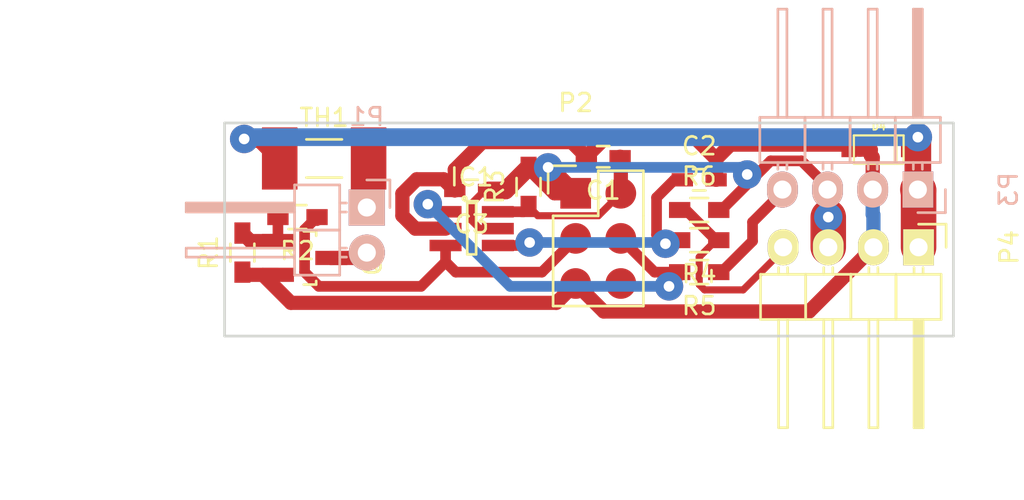
<source format=kicad_pcb>
(kicad_pcb (version 20171130) (host pcbnew "(5.1.12)-1")

  (general
    (thickness 1.6)
    (drawings 6)
    (tracks 145)
    (zones 0)
    (modules 17)
    (nets 13)
  )

  (page A4)
  (layers
    (0 F.Cu signal)
    (31 B.Cu signal)
    (32 B.Adhes user)
    (33 F.Adhes user)
    (34 B.Paste user)
    (35 F.Paste user)
    (36 B.SilkS user)
    (37 F.SilkS user)
    (38 B.Mask user)
    (39 F.Mask user hide)
    (40 Dwgs.User user)
    (41 Cmts.User user)
    (42 Eco1.User user)
    (43 Eco2.User user)
    (44 Edge.Cuts user)
    (45 Margin user)
    (46 B.CrtYd user)
    (47 F.CrtYd user)
    (48 B.Fab user)
    (49 F.Fab user)
  )

  (setup
    (last_trace_width 0.8)
    (user_trace_width 0.2)
    (user_trace_width 0.4)
    (user_trace_width 0.6)
    (user_trace_width 0.8)
    (user_trace_width 1)
    (user_trace_width 2)
    (trace_clearance 0.2)
    (zone_clearance 0.508)
    (zone_45_only no)
    (trace_min 0.2)
    (via_size 1.6)
    (via_drill 0.6)
    (via_min_size 0.4)
    (via_min_drill 0.3)
    (user_via 1.6 0.6)
    (uvia_size 0.3)
    (uvia_drill 0.1)
    (uvias_allowed no)
    (uvia_min_size 0.2)
    (uvia_min_drill 0.1)
    (edge_width 0.15)
    (segment_width 0.2)
    (pcb_text_width 0.3)
    (pcb_text_size 1.5 1.5)
    (mod_edge_width 0.15)
    (mod_text_size 1 1)
    (mod_text_width 0.15)
    (pad_size 1.524 1.524)
    (pad_drill 0.762)
    (pad_to_mask_clearance 0.2)
    (aux_axis_origin 0 0)
    (visible_elements 7FFFFFFF)
    (pcbplotparams
      (layerselection 0x01000_7fffffff)
      (usegerberextensions false)
      (usegerberattributes true)
      (usegerberadvancedattributes true)
      (creategerberjobfile true)
      (excludeedgelayer true)
      (linewidth 0.100000)
      (plotframeref false)
      (viasonmask false)
      (mode 1)
      (useauxorigin false)
      (hpglpennumber 1)
      (hpglpenspeed 20)
      (hpglpendiameter 15.000000)
      (psnegative false)
      (psa4output false)
      (plotreference false)
      (plotvalue false)
      (plotinvisibletext false)
      (padsonsilk false)
      (subtractmaskfromsilk false)
      (outputformat 1)
      (mirror false)
      (drillshape 0)
      (scaleselection 1)
      (outputdirectory "./gerbers"))
  )

  (net 0 "")
  (net 1 "Net-(C1-Pad1)")
  (net 2 GND)
  (net 3 "Net-(C2-Pad1)")
  (net 4 VCC)
  (net 5 "Net-(IC1-Pad1)")
  (net 6 "Net-(IC1-Pad3)")
  (net 7 VDD)
  (net 8 "Net-(P1-Pad2)")
  (net 9 "Net-(D3-Pad1)")
  (net 10 "Net-(D2-Pad1)")
  (net 11 "Net-(Q1-Pad1)")
  (net 12 "Net-(P1-Pad1)")

  (net_class Default "This is the default net class."
    (clearance 0.2)
    (trace_width 0.8)
    (via_dia 1.6)
    (via_drill 0.6)
    (uvia_dia 0.3)
    (uvia_drill 0.1)
    (add_net GND)
    (add_net "Net-(C1-Pad1)")
    (add_net "Net-(C2-Pad1)")
    (add_net "Net-(D2-Pad1)")
    (add_net "Net-(D3-Pad1)")
    (add_net "Net-(IC1-Pad1)")
    (add_net "Net-(IC1-Pad3)")
    (add_net "Net-(P1-Pad1)")
    (add_net "Net-(P1-Pad2)")
    (add_net "Net-(Q1-Pad1)")
    (add_net VCC)
    (add_net VDD)
  )

  (module Resistors_SMD:R_1206_HandSoldering (layer F.Cu) (tedit 57B6E00C) (tstamp 57B6DF60)
    (at 105.6 100)
    (descr "Resistor SMD 1206, hand soldering")
    (tags "resistor 1206")
    (path /57B6DF76)
    (attr smd)
    (fp_text reference TH1 (at 0 -2.3) (layer F.SilkS)
      (effects (font (size 1 1) (thickness 0.15)))
    )
    (fp_text value THERMISTOR (at 0 2.3) (layer F.Fab)
      (effects (font (size 1 1) (thickness 0.15)))
    )
    (fp_line (start -1 -1.075) (end 1 -1.075) (layer F.SilkS) (width 0.15))
    (fp_line (start 1 1.075) (end -1 1.075) (layer F.SilkS) (width 0.15))
    (fp_line (start 3.3 -1.2) (end 3.3 1.2) (layer F.CrtYd) (width 0.05))
    (fp_line (start -3.3 -1.2) (end -3.3 1.2) (layer F.CrtYd) (width 0.05))
    (fp_line (start -3.3 1.2) (end 3.3 1.2) (layer F.CrtYd) (width 0.05))
    (fp_line (start -3.3 -1.2) (end 3.3 -1.2) (layer F.CrtYd) (width 0.05))
    (pad 1 smd rect (at -2.5 0) (size 2 3.5) (layers F.Cu F.Paste F.Mask)
      (net 7 VDD))
    (pad 2 smd rect (at 2.5 0) (size 2 3.5) (layers F.Cu F.Paste F.Mask)
      (net 12 "Net-(P1-Pad1)"))
    (model Resistors_SMD.3dshapes/R_1206_HandSoldering.wrl
      (at (xyz 0 0 0))
      (scale (xyz 1 1 1))
      (rotate (xyz 0 0 0))
    )
  )

  (module Capacitors_SMD:C_0603_HandSoldering (layer F.Cu) (tedit 541A9B4D) (tstamp 57B722FE)
    (at 121.3 99.9 180)
    (descr "Capacitor SMD 0603, hand soldering")
    (tags "capacitor 0603")
    (path /57B4D13C)
    (attr smd)
    (fp_text reference C1 (at 0 -1.9 180) (layer F.SilkS)
      (effects (font (size 1 1) (thickness 0.15)))
    )
    (fp_text value C (at 0 1.9 180) (layer F.Fab)
      (effects (font (size 1 1) (thickness 0.15)))
    )
    (fp_line (start 0.35 0.6) (end -0.35 0.6) (layer F.SilkS) (width 0.15))
    (fp_line (start -0.35 -0.6) (end 0.35 -0.6) (layer F.SilkS) (width 0.15))
    (fp_line (start 1.85 -0.75) (end 1.85 0.75) (layer F.CrtYd) (width 0.05))
    (fp_line (start -1.85 -0.75) (end -1.85 0.75) (layer F.CrtYd) (width 0.05))
    (fp_line (start -1.85 0.75) (end 1.85 0.75) (layer F.CrtYd) (width 0.05))
    (fp_line (start -1.85 -0.75) (end 1.85 -0.75) (layer F.CrtYd) (width 0.05))
    (pad 1 smd rect (at -0.95 0 180) (size 1.2 0.75) (layers F.Cu F.Paste F.Mask)
      (net 1 "Net-(C1-Pad1)"))
    (pad 2 smd rect (at 0.95 0 180) (size 1.2 0.75) (layers F.Cu F.Paste F.Mask)
      (net 2 GND))
    (model Capacitors_SMD.3dshapes/C_0603_HandSoldering.wrl
      (at (xyz 0 0 0))
      (scale (xyz 1 1 1))
      (rotate (xyz 0 0 0))
    )
  )

  (module Pin_Headers:Pin_Header_Straight_2x03 (layer F.Cu) (tedit 57B6C181) (tstamp 57B72348)
    (at 119.75 101.96)
    (descr "Through hole pin header")
    (tags "pin header")
    (path /57B4CC28)
    (fp_text reference P2 (at 0 -5.1) (layer F.SilkS)
      (effects (font (size 1 1) (thickness 0.15)))
    )
    (fp_text value TPI (at 0 -3.1) (layer F.Fab)
      (effects (font (size 1 1) (thickness 0.15)))
    )
    (fp_line (start 3.81 1.27) (end 3.81 -1.27) (layer F.SilkS) (width 0.15))
    (fp_line (start 3.81 -1.27) (end 1.27 -1.27) (layer F.SilkS) (width 0.15))
    (fp_line (start -1.55 -1.55) (end -1.55 0) (layer F.SilkS) (width 0.15))
    (fp_line (start 3.81 6.35) (end 3.81 1.27) (layer F.SilkS) (width 0.15))
    (fp_line (start -1.27 6.35) (end 3.81 6.35) (layer F.SilkS) (width 0.15))
    (fp_line (start 1.27 1.27) (end -1.27 1.27) (layer F.SilkS) (width 0.15))
    (fp_line (start 1.27 -1.27) (end 1.27 1.27) (layer F.SilkS) (width 0.15))
    (fp_line (start -1.75 6.85) (end 4.3 6.85) (layer F.CrtYd) (width 0.05))
    (fp_line (start -1.75 -1.75) (end 4.3 -1.75) (layer F.CrtYd) (width 0.05))
    (fp_line (start 4.3 -1.75) (end 4.3 6.85) (layer F.CrtYd) (width 0.05))
    (fp_line (start -1.75 -1.75) (end -1.75 6.85) (layer F.CrtYd) (width 0.05))
    (fp_line (start -1.55 -1.55) (end 0 -1.55) (layer F.SilkS) (width 0.15))
    (fp_line (start -1.27 1.27) (end -1.27 6.35) (layer F.SilkS) (width 0.15))
    (pad 1 smd rect (at 0 0) (size 1.7272 1.7272) (layers F.Cu F.Paste F.Mask)
      (net 4 VCC))
    (pad 2 smd oval (at 2.54 0) (size 1.7272 1.7272) (layers F.Cu F.Paste F.Mask)
      (net 1 "Net-(C1-Pad1)"))
    (pad 3 smd oval (at 0 2.54) (size 1.7272 1.7272) (layers F.Cu F.Paste F.Mask)
      (net 6 "Net-(IC1-Pad3)"))
    (pad 4 smd oval (at 2.54 2.54) (size 1.7272 1.7272) (layers F.Cu F.Paste F.Mask)
      (net 5 "Net-(IC1-Pad1)"))
    (pad 5 smd oval (at 0 5.08) (size 1.7272 1.7272) (layers F.Cu F.Paste F.Mask)
      (net 2 GND))
    (pad 6 smd oval (at 2.54 5.08) (size 1.7272 1.7272) (layers F.Cu F.Paste F.Mask))
  )

  (module Housings_SOT-23_SOT-143_TSOT-6:SOT-23-6 (layer F.Cu) (tedit 57B6B97A) (tstamp 57B72325)
    (at 113.9 103.95)
    (descr "6-pin SOT-23 package")
    (tags SOT-23-6)
    (path /57B4C468)
    (attr smd)
    (fp_text reference IC1 (at 0 -2.9) (layer F.SilkS)
      (effects (font (size 1 1) (thickness 0.15)))
    )
    (fp_text value ATTINY9-TS (at 0 2.9) (layer F.Fab)
      (effects (font (size 1 1) (thickness 0.15)))
    )
    (fp_line (start -0.25 -1.45) (end -0.25 1.45) (layer F.SilkS) (width 0.15))
    (fp_line (start -0.25 1.45) (end 0.25 1.45) (layer F.SilkS) (width 0.15))
    (fp_line (start 0.25 1.45) (end 0.25 -1.45) (layer F.SilkS) (width 0.15))
    (fp_line (start 0.25 -1.45) (end -0.25 -1.45) (layer F.SilkS) (width 0.15))
    (fp_circle (center -0.4 -1.7) (end -0.3 -1.7) (layer F.SilkS) (width 0.15))
    (pad 1 smd rect (at -1.47 -0.95) (size 1.8 0.65) (layers F.Cu F.Paste F.Mask)
      (net 5 "Net-(IC1-Pad1)"))
    (pad 2 smd rect (at -1.47 0) (size 1.8 0.65) (layers F.Cu F.Paste F.Mask)
      (net 2 GND))
    (pad 3 smd rect (at -1.47 0.95) (size 1.8 0.65) (layers F.Cu F.Paste F.Mask)
      (net 6 "Net-(IC1-Pad3)"))
    (pad 4 smd rect (at 1.47 0.95) (size 1.8 0.65) (layers F.Cu F.Paste F.Mask)
      (net 3 "Net-(C2-Pad1)"))
    (pad 6 smd rect (at 1.47 -0.95) (size 1.8 0.65) (layers F.Cu F.Paste F.Mask)
      (net 1 "Net-(C1-Pad1)"))
    (pad 5 smd rect (at 1.47 0) (size 1.8 0.65) (layers F.Cu F.Paste F.Mask)
      (net 4 VCC))
    (model Housings_SOT-23_SOT-143_TSOT-6.3dshapes/SOT-23-6.wrl
      (at (xyz 0 0 0))
      (scale (xyz 1 1 1))
      (rotate (xyz 0 0 0))
    )
  )

  (module Capacitors_SMD:C_0603_HandSoldering (layer F.Cu) (tedit 541A9B4D) (tstamp 57B7230A)
    (at 126.7 101.2)
    (descr "Capacitor SMD 0603, hand soldering")
    (tags "capacitor 0603")
    (path /57B6A87A)
    (attr smd)
    (fp_text reference C2 (at 0 -1.9) (layer F.SilkS)
      (effects (font (size 1 1) (thickness 0.15)))
    )
    (fp_text value C (at 0 1.9) (layer F.Fab)
      (effects (font (size 1 1) (thickness 0.15)))
    )
    (fp_line (start 0.35 0.6) (end -0.35 0.6) (layer F.SilkS) (width 0.15))
    (fp_line (start -0.35 -0.6) (end 0.35 -0.6) (layer F.SilkS) (width 0.15))
    (fp_line (start 1.85 -0.75) (end 1.85 0.75) (layer F.CrtYd) (width 0.05))
    (fp_line (start -1.85 -0.75) (end -1.85 0.75) (layer F.CrtYd) (width 0.05))
    (fp_line (start -1.85 0.75) (end 1.85 0.75) (layer F.CrtYd) (width 0.05))
    (fp_line (start -1.85 -0.75) (end 1.85 -0.75) (layer F.CrtYd) (width 0.05))
    (pad 1 smd rect (at -0.95 0) (size 1.2 0.75) (layers F.Cu F.Paste F.Mask)
      (net 3 "Net-(C2-Pad1)"))
    (pad 2 smd rect (at 0.95 0) (size 1.2 0.75) (layers F.Cu F.Paste F.Mask)
      (net 2 GND))
    (model Capacitors_SMD.3dshapes/C_0603_HandSoldering.wrl
      (at (xyz 0 0 0))
      (scale (xyz 1 1 1))
      (rotate (xyz 0 0 0))
    )
  )

  (module Capacitors_SMD:C_0603_HandSoldering (layer F.Cu) (tedit 541A9B4D) (tstamp 57B72316)
    (at 113.9 101.8 180)
    (descr "Capacitor SMD 0603, hand soldering")
    (tags "capacitor 0603")
    (path /57B4D0D9)
    (attr smd)
    (fp_text reference C3 (at 0 -1.9 180) (layer F.SilkS)
      (effects (font (size 1 1) (thickness 0.15)))
    )
    (fp_text value C (at 0 1.9 180) (layer F.Fab)
      (effects (font (size 1 1) (thickness 0.15)))
    )
    (fp_line (start 0.35 0.6) (end -0.35 0.6) (layer F.SilkS) (width 0.15))
    (fp_line (start -0.35 -0.6) (end 0.35 -0.6) (layer F.SilkS) (width 0.15))
    (fp_line (start 1.85 -0.75) (end 1.85 0.75) (layer F.CrtYd) (width 0.05))
    (fp_line (start -1.85 -0.75) (end -1.85 0.75) (layer F.CrtYd) (width 0.05))
    (fp_line (start -1.85 0.75) (end 1.85 0.75) (layer F.CrtYd) (width 0.05))
    (fp_line (start -1.85 -0.75) (end 1.85 -0.75) (layer F.CrtYd) (width 0.05))
    (pad 1 smd rect (at -0.95 0 180) (size 1.2 0.75) (layers F.Cu F.Paste F.Mask)
      (net 4 VCC))
    (pad 2 smd rect (at 0.95 0 180) (size 1.2 0.75) (layers F.Cu F.Paste F.Mask)
      (net 2 GND))
    (model Capacitors_SMD.3dshapes/C_0603_HandSoldering.wrl
      (at (xyz 0 0 0))
      (scale (xyz 1 1 1))
      (rotate (xyz 0 0 0))
    )
  )

  (module Pin_Headers:Pin_Header_Angled_1x04 (layer B.Cu) (tedit 0) (tstamp 57B7237F)
    (at 139 101.75 90)
    (descr "Through hole pin header")
    (tags "pin header")
    (path /57B5576D)
    (fp_text reference P3 (at 0 5.1 90) (layer B.SilkS)
      (effects (font (size 1 1) (thickness 0.15)) (justify mirror))
    )
    (fp_text value OUTPUT (at 0 3.1 90) (layer B.Fab)
      (effects (font (size 1 1) (thickness 0.15)) (justify mirror))
    )
    (fp_line (start 1.524 -3.81) (end 4.064 -3.81) (layer B.SilkS) (width 0.15))
    (fp_line (start 1.524 -3.81) (end 1.524 -6.35) (layer B.SilkS) (width 0.15))
    (fp_line (start 1.524 -6.35) (end 4.064 -6.35) (layer B.SilkS) (width 0.15))
    (fp_line (start 4.064 -4.826) (end 10.16 -4.826) (layer B.SilkS) (width 0.15))
    (fp_line (start 10.16 -4.826) (end 10.16 -5.334) (layer B.SilkS) (width 0.15))
    (fp_line (start 10.16 -5.334) (end 4.064 -5.334) (layer B.SilkS) (width 0.15))
    (fp_line (start 4.064 -6.35) (end 4.064 -3.81) (layer B.SilkS) (width 0.15))
    (fp_line (start 4.064 -8.89) (end 4.064 -6.35) (layer B.SilkS) (width 0.15))
    (fp_line (start 10.16 -7.874) (end 4.064 -7.874) (layer B.SilkS) (width 0.15))
    (fp_line (start 10.16 -7.366) (end 10.16 -7.874) (layer B.SilkS) (width 0.15))
    (fp_line (start 4.064 -7.366) (end 10.16 -7.366) (layer B.SilkS) (width 0.15))
    (fp_line (start 1.524 -8.89) (end 4.064 -8.89) (layer B.SilkS) (width 0.15))
    (fp_line (start 1.524 -6.35) (end 1.524 -8.89) (layer B.SilkS) (width 0.15))
    (fp_line (start 1.524 -6.35) (end 4.064 -6.35) (layer B.SilkS) (width 0.15))
    (fp_line (start 1.524 1.27) (end 1.524 -1.27) (layer B.SilkS) (width 0.15))
    (fp_line (start 1.524 -1.27) (end 4.064 -1.27) (layer B.SilkS) (width 0.15))
    (fp_line (start 4.064 0.254) (end 10.16 0.254) (layer B.SilkS) (width 0.15))
    (fp_line (start 10.16 0.254) (end 10.16 -0.254) (layer B.SilkS) (width 0.15))
    (fp_line (start 10.16 -0.254) (end 4.064 -0.254) (layer B.SilkS) (width 0.15))
    (fp_line (start 4.064 -1.27) (end 4.064 1.27) (layer B.SilkS) (width 0.15))
    (fp_line (start 4.064 -3.81) (end 4.064 -1.27) (layer B.SilkS) (width 0.15))
    (fp_line (start 10.16 -2.794) (end 4.064 -2.794) (layer B.SilkS) (width 0.15))
    (fp_line (start 10.16 -2.286) (end 10.16 -2.794) (layer B.SilkS) (width 0.15))
    (fp_line (start 4.064 -2.286) (end 10.16 -2.286) (layer B.SilkS) (width 0.15))
    (fp_line (start 1.524 -3.81) (end 4.064 -3.81) (layer B.SilkS) (width 0.15))
    (fp_line (start 1.524 -1.27) (end 1.524 -3.81) (layer B.SilkS) (width 0.15))
    (fp_line (start 1.524 -1.27) (end 4.064 -1.27) (layer B.SilkS) (width 0.15))
    (fp_line (start 1.524 1.27) (end 4.064 1.27) (layer B.SilkS) (width 0.15))
    (fp_line (start 1.524 -7.366) (end 1.143 -7.366) (layer B.SilkS) (width 0.15))
    (fp_line (start 1.524 -7.874) (end 1.143 -7.874) (layer B.SilkS) (width 0.15))
    (fp_line (start 1.524 -5.334) (end 1.143 -5.334) (layer B.SilkS) (width 0.15))
    (fp_line (start 1.524 -4.826) (end 1.143 -4.826) (layer B.SilkS) (width 0.15))
    (fp_line (start 1.524 -2.794) (end 1.143 -2.794) (layer B.SilkS) (width 0.15))
    (fp_line (start 1.524 -2.286) (end 1.143 -2.286) (layer B.SilkS) (width 0.15))
    (fp_line (start 1.524 -0.254) (end 1.143 -0.254) (layer B.SilkS) (width 0.15))
    (fp_line (start 1.524 0.254) (end 1.143 0.254) (layer B.SilkS) (width 0.15))
    (fp_line (start 4.191 0) (end 10.033 0) (layer B.SilkS) (width 0.15))
    (fp_line (start 4.191 -0.127) (end 4.191 0) (layer B.SilkS) (width 0.15))
    (fp_line (start 10.033 -0.127) (end 4.191 -0.127) (layer B.SilkS) (width 0.15))
    (fp_line (start 10.033 0.127) (end 10.033 -0.127) (layer B.SilkS) (width 0.15))
    (fp_line (start 4.191 0.127) (end 10.033 0.127) (layer B.SilkS) (width 0.15))
    (fp_line (start 0 1.55) (end -1.3 1.55) (layer B.SilkS) (width 0.15))
    (fp_line (start -1.3 1.55) (end -1.3 0) (layer B.SilkS) (width 0.15))
    (fp_line (start -1.5 -9.4) (end 10.65 -9.4) (layer B.CrtYd) (width 0.05))
    (fp_line (start -1.5 1.75) (end 10.65 1.75) (layer B.CrtYd) (width 0.05))
    (fp_line (start 10.65 1.75) (end 10.65 -9.4) (layer B.CrtYd) (width 0.05))
    (fp_line (start -1.5 1.75) (end -1.5 -9.4) (layer B.CrtYd) (width 0.05))
    (pad 1 thru_hole rect (at 0 0 90) (size 2.032 1.7272) (drill 1.016) (layers *.Cu *.Mask B.SilkS)
      (net 7 VDD))
    (pad 2 thru_hole oval (at 0 -2.54 90) (size 2.032 1.7272) (drill 1.016) (layers *.Cu *.Mask B.SilkS)
      (net 2 GND))
    (pad 3 thru_hole oval (at 0 -5.08 90) (size 2.032 1.7272) (drill 1.016) (layers *.Cu *.Mask B.SilkS)
      (net 4 VCC))
    (pad 4 thru_hole oval (at 0 -7.62 90) (size 2.032 1.7272) (drill 1.016) (layers *.Cu *.Mask B.SilkS)
      (net 9 "Net-(D3-Pad1)"))
    (model Pin_Headers.3dshapes/Pin_Header_Angled_1x04.wrl
      (offset (xyz 0 -3.809999942779541 0))
      (scale (xyz 1 1 1))
      (rotate (xyz 0 0 90))
    )
  )

  (module Pin_Headers:Pin_Header_Angled_1x04 (layer F.Cu) (tedit 0) (tstamp 57B723B6)
    (at 139.04 105 270)
    (descr "Through hole pin header")
    (tags "pin header")
    (path /57B555B1)
    (fp_text reference P4 (at 0 -5.1 270) (layer F.SilkS)
      (effects (font (size 1 1) (thickness 0.15)))
    )
    (fp_text value INPUT (at 0 -3.1 270) (layer F.Fab)
      (effects (font (size 1 1) (thickness 0.15)))
    )
    (fp_line (start 1.524 3.81) (end 4.064 3.81) (layer F.SilkS) (width 0.15))
    (fp_line (start 1.524 3.81) (end 1.524 6.35) (layer F.SilkS) (width 0.15))
    (fp_line (start 1.524 6.35) (end 4.064 6.35) (layer F.SilkS) (width 0.15))
    (fp_line (start 4.064 4.826) (end 10.16 4.826) (layer F.SilkS) (width 0.15))
    (fp_line (start 10.16 4.826) (end 10.16 5.334) (layer F.SilkS) (width 0.15))
    (fp_line (start 10.16 5.334) (end 4.064 5.334) (layer F.SilkS) (width 0.15))
    (fp_line (start 4.064 6.35) (end 4.064 3.81) (layer F.SilkS) (width 0.15))
    (fp_line (start 4.064 8.89) (end 4.064 6.35) (layer F.SilkS) (width 0.15))
    (fp_line (start 10.16 7.874) (end 4.064 7.874) (layer F.SilkS) (width 0.15))
    (fp_line (start 10.16 7.366) (end 10.16 7.874) (layer F.SilkS) (width 0.15))
    (fp_line (start 4.064 7.366) (end 10.16 7.366) (layer F.SilkS) (width 0.15))
    (fp_line (start 1.524 8.89) (end 4.064 8.89) (layer F.SilkS) (width 0.15))
    (fp_line (start 1.524 6.35) (end 1.524 8.89) (layer F.SilkS) (width 0.15))
    (fp_line (start 1.524 6.35) (end 4.064 6.35) (layer F.SilkS) (width 0.15))
    (fp_line (start 1.524 -1.27) (end 1.524 1.27) (layer F.SilkS) (width 0.15))
    (fp_line (start 1.524 1.27) (end 4.064 1.27) (layer F.SilkS) (width 0.15))
    (fp_line (start 4.064 -0.254) (end 10.16 -0.254) (layer F.SilkS) (width 0.15))
    (fp_line (start 10.16 -0.254) (end 10.16 0.254) (layer F.SilkS) (width 0.15))
    (fp_line (start 10.16 0.254) (end 4.064 0.254) (layer F.SilkS) (width 0.15))
    (fp_line (start 4.064 1.27) (end 4.064 -1.27) (layer F.SilkS) (width 0.15))
    (fp_line (start 4.064 3.81) (end 4.064 1.27) (layer F.SilkS) (width 0.15))
    (fp_line (start 10.16 2.794) (end 4.064 2.794) (layer F.SilkS) (width 0.15))
    (fp_line (start 10.16 2.286) (end 10.16 2.794) (layer F.SilkS) (width 0.15))
    (fp_line (start 4.064 2.286) (end 10.16 2.286) (layer F.SilkS) (width 0.15))
    (fp_line (start 1.524 3.81) (end 4.064 3.81) (layer F.SilkS) (width 0.15))
    (fp_line (start 1.524 1.27) (end 1.524 3.81) (layer F.SilkS) (width 0.15))
    (fp_line (start 1.524 1.27) (end 4.064 1.27) (layer F.SilkS) (width 0.15))
    (fp_line (start 1.524 -1.27) (end 4.064 -1.27) (layer F.SilkS) (width 0.15))
    (fp_line (start 1.524 7.366) (end 1.143 7.366) (layer F.SilkS) (width 0.15))
    (fp_line (start 1.524 7.874) (end 1.143 7.874) (layer F.SilkS) (width 0.15))
    (fp_line (start 1.524 5.334) (end 1.143 5.334) (layer F.SilkS) (width 0.15))
    (fp_line (start 1.524 4.826) (end 1.143 4.826) (layer F.SilkS) (width 0.15))
    (fp_line (start 1.524 2.794) (end 1.143 2.794) (layer F.SilkS) (width 0.15))
    (fp_line (start 1.524 2.286) (end 1.143 2.286) (layer F.SilkS) (width 0.15))
    (fp_line (start 1.524 0.254) (end 1.143 0.254) (layer F.SilkS) (width 0.15))
    (fp_line (start 1.524 -0.254) (end 1.143 -0.254) (layer F.SilkS) (width 0.15))
    (fp_line (start 4.191 0) (end 10.033 0) (layer F.SilkS) (width 0.15))
    (fp_line (start 4.191 0.127) (end 4.191 0) (layer F.SilkS) (width 0.15))
    (fp_line (start 10.033 0.127) (end 4.191 0.127) (layer F.SilkS) (width 0.15))
    (fp_line (start 10.033 -0.127) (end 10.033 0.127) (layer F.SilkS) (width 0.15))
    (fp_line (start 4.191 -0.127) (end 10.033 -0.127) (layer F.SilkS) (width 0.15))
    (fp_line (start 0 -1.55) (end -1.3 -1.55) (layer F.SilkS) (width 0.15))
    (fp_line (start -1.3 -1.55) (end -1.3 0) (layer F.SilkS) (width 0.15))
    (fp_line (start -1.5 9.4) (end 10.65 9.4) (layer F.CrtYd) (width 0.05))
    (fp_line (start -1.5 -1.75) (end 10.65 -1.75) (layer F.CrtYd) (width 0.05))
    (fp_line (start 10.65 -1.75) (end 10.65 9.4) (layer F.CrtYd) (width 0.05))
    (fp_line (start -1.5 -1.75) (end -1.5 9.4) (layer F.CrtYd) (width 0.05))
    (pad 1 thru_hole rect (at 0 0 270) (size 2.032 1.7272) (drill 1.016) (layers *.Cu *.Mask F.SilkS)
      (net 7 VDD))
    (pad 2 thru_hole oval (at 0 2.54 270) (size 2.032 1.7272) (drill 1.016) (layers *.Cu *.Mask F.SilkS)
      (net 2 GND))
    (pad 3 thru_hole oval (at 0 5.08 270) (size 2.032 1.7272) (drill 1.016) (layers *.Cu *.Mask F.SilkS)
      (net 4 VCC))
    (pad 4 thru_hole oval (at 0 7.62 270) (size 2.032 1.7272) (drill 1.016) (layers *.Cu *.Mask F.SilkS)
      (net 10 "Net-(D2-Pad1)"))
    (model Pin_Headers.3dshapes/Pin_Header_Angled_1x04.wrl
      (offset (xyz 0 -3.809999942779541 0))
      (scale (xyz 1 1 1))
      (rotate (xyz 0 0 90))
    )
  )

  (module Housings_SOT-23_SOT-143_TSOT-6:SOT-23_Handsoldering (layer F.Cu) (tedit 54E9291B) (tstamp 57B723C1)
    (at 104.501 105.6 270)
    (descr "SOT-23, Handsoldering")
    (tags SOT-23)
    (path /57B6BEDF)
    (attr smd)
    (fp_text reference Q1 (at 0 -3.81 270) (layer F.SilkS)
      (effects (font (size 1 1) (thickness 0.15)))
    )
    (fp_text value Q_NMOS_GSD (at 0 3.81 270) (layer F.Fab)
      (effects (font (size 1 1) (thickness 0.15)))
    )
    (fp_line (start 1.49982 -0.65024) (end 1.49982 0.0508) (layer F.SilkS) (width 0.15))
    (fp_line (start 1.29916 -0.65024) (end 1.49982 -0.65024) (layer F.SilkS) (width 0.15))
    (fp_line (start -1.49982 -0.65024) (end -1.2509 -0.65024) (layer F.SilkS) (width 0.15))
    (fp_line (start -1.49982 0.0508) (end -1.49982 -0.65024) (layer F.SilkS) (width 0.15))
    (pad 1 smd rect (at -0.95 1.50114 270) (size 0.8001 1.80086) (layers F.Cu F.Paste F.Mask)
      (net 11 "Net-(Q1-Pad1)"))
    (pad 2 smd rect (at 0.95 1.50114 270) (size 0.8001 1.80086) (layers F.Cu F.Paste F.Mask)
      (net 2 GND))
    (pad 3 smd rect (at 0 -1.50114 270) (size 0.8001 1.80086) (layers F.Cu F.Paste F.Mask)
      (net 8 "Net-(P1-Pad2)"))
    (model Housings_SOT-23_SOT-143_TSOT-6.3dshapes/SOT-23_Handsoldering.wrl
      (at (xyz 0 0 0))
      (scale (xyz 1 1 1))
      (rotate (xyz 0 0 0))
    )
  )

  (module Resistors_SMD:R_0603_HandSoldering (layer F.Cu) (tedit 5418A00F) (tstamp 57B723CD)
    (at 101 105.3 90)
    (descr "Resistor SMD 0603, hand soldering")
    (tags "resistor 0603")
    (path /57B6AC0C)
    (attr smd)
    (fp_text reference R1 (at 0 -1.9 90) (layer F.SilkS)
      (effects (font (size 1 1) (thickness 0.15)))
    )
    (fp_text value 10k (at 0 1.9 90) (layer F.Fab)
      (effects (font (size 1 1) (thickness 0.15)))
    )
    (fp_line (start -0.5 -0.675) (end 0.5 -0.675) (layer F.SilkS) (width 0.15))
    (fp_line (start 0.5 0.675) (end -0.5 0.675) (layer F.SilkS) (width 0.15))
    (fp_line (start 2 -0.8) (end 2 0.8) (layer F.CrtYd) (width 0.05))
    (fp_line (start -2 -0.8) (end -2 0.8) (layer F.CrtYd) (width 0.05))
    (fp_line (start -2 0.8) (end 2 0.8) (layer F.CrtYd) (width 0.05))
    (fp_line (start -2 -0.8) (end 2 -0.8) (layer F.CrtYd) (width 0.05))
    (pad 1 smd rect (at -1.1 0 90) (size 1.2 0.9) (layers F.Cu F.Paste F.Mask)
      (net 2 GND))
    (pad 2 smd rect (at 1.1 0 90) (size 1.2 0.9) (layers F.Cu F.Paste F.Mask)
      (net 11 "Net-(Q1-Pad1)"))
    (model Resistors_SMD.3dshapes/R_0603_HandSoldering.wrl
      (at (xyz 0 0 0))
      (scale (xyz 1 1 1))
      (rotate (xyz 0 0 0))
    )
  )

  (module Resistors_SMD:R_0603_HandSoldering (layer F.Cu) (tedit 5418A00F) (tstamp 57B723D9)
    (at 104.1 103.3 180)
    (descr "Resistor SMD 0603, hand soldering")
    (tags "resistor 0603")
    (path /57B4DA0B)
    (attr smd)
    (fp_text reference R2 (at 0 -1.9 180) (layer F.SilkS)
      (effects (font (size 1 1) (thickness 0.15)))
    )
    (fp_text value 330 (at 0 1.9 180) (layer F.Fab)
      (effects (font (size 1 1) (thickness 0.15)))
    )
    (fp_line (start -0.5 -0.675) (end 0.5 -0.675) (layer F.SilkS) (width 0.15))
    (fp_line (start 0.5 0.675) (end -0.5 0.675) (layer F.SilkS) (width 0.15))
    (fp_line (start 2 -0.8) (end 2 0.8) (layer F.CrtYd) (width 0.05))
    (fp_line (start -2 -0.8) (end -2 0.8) (layer F.CrtYd) (width 0.05))
    (fp_line (start -2 0.8) (end 2 0.8) (layer F.CrtYd) (width 0.05))
    (fp_line (start -2 -0.8) (end 2 -0.8) (layer F.CrtYd) (width 0.05))
    (pad 1 smd rect (at -1.1 0 180) (size 1.2 0.9) (layers F.Cu F.Paste F.Mask)
      (net 6 "Net-(IC1-Pad3)"))
    (pad 2 smd rect (at 1.1 0 180) (size 1.2 0.9) (layers F.Cu F.Paste F.Mask)
      (net 11 "Net-(Q1-Pad1)"))
    (model Resistors_SMD.3dshapes/R_0603_HandSoldering.wrl
      (at (xyz 0 0 0))
      (scale (xyz 1 1 1))
      (rotate (xyz 0 0 0))
    )
  )

  (module Resistors_SMD:R_0603_HandSoldering (layer F.Cu) (tedit 5418A00F) (tstamp 57B723E5)
    (at 117.1 101.6 90)
    (descr "Resistor SMD 0603, hand soldering")
    (tags "resistor 0603")
    (path /57B4C8D8)
    (attr smd)
    (fp_text reference R3 (at 0 -1.9 90) (layer F.SilkS)
      (effects (font (size 1 1) (thickness 0.15)))
    )
    (fp_text value 10k (at 0 1.9 90) (layer F.Fab)
      (effects (font (size 1 1) (thickness 0.15)))
    )
    (fp_line (start -0.5 -0.675) (end 0.5 -0.675) (layer F.SilkS) (width 0.15))
    (fp_line (start 0.5 0.675) (end -0.5 0.675) (layer F.SilkS) (width 0.15))
    (fp_line (start 2 -0.8) (end 2 0.8) (layer F.CrtYd) (width 0.05))
    (fp_line (start -2 -0.8) (end -2 0.8) (layer F.CrtYd) (width 0.05))
    (fp_line (start -2 0.8) (end 2 0.8) (layer F.CrtYd) (width 0.05))
    (fp_line (start -2 -0.8) (end 2 -0.8) (layer F.CrtYd) (width 0.05))
    (pad 1 smd rect (at -1.1 0 90) (size 1.2 0.9) (layers F.Cu F.Paste F.Mask)
      (net 1 "Net-(C1-Pad1)"))
    (pad 2 smd rect (at 1.1 0 90) (size 1.2 0.9) (layers F.Cu F.Paste F.Mask)
      (net 4 VCC))
    (model Resistors_SMD.3dshapes/R_0603_HandSoldering.wrl
      (at (xyz 0 0 0))
      (scale (xyz 1 1 1))
      (rotate (xyz 0 0 0))
    )
  )

  (module Resistors_SMD:R_0603_HandSoldering (layer F.Cu) (tedit 5418A00F) (tstamp 57B723F1)
    (at 126.7 104.6 180)
    (descr "Resistor SMD 0603, hand soldering")
    (tags "resistor 0603")
    (path /57B55A28)
    (attr smd)
    (fp_text reference R4 (at 0 -1.9 180) (layer F.SilkS)
      (effects (font (size 1 1) (thickness 0.15)))
    )
    (fp_text value 1k (at 0 1.9 180) (layer F.Fab)
      (effects (font (size 1 1) (thickness 0.15)))
    )
    (fp_line (start -0.5 -0.675) (end 0.5 -0.675) (layer F.SilkS) (width 0.15))
    (fp_line (start 0.5 0.675) (end -0.5 0.675) (layer F.SilkS) (width 0.15))
    (fp_line (start 2 -0.8) (end 2 0.8) (layer F.CrtYd) (width 0.05))
    (fp_line (start -2 -0.8) (end -2 0.8) (layer F.CrtYd) (width 0.05))
    (fp_line (start -2 0.8) (end 2 0.8) (layer F.CrtYd) (width 0.05))
    (fp_line (start -2 -0.8) (end 2 -0.8) (layer F.CrtYd) (width 0.05))
    (pad 1 smd rect (at -1.1 0 180) (size 1.2 0.9) (layers F.Cu F.Paste F.Mask)
      (net 10 "Net-(D2-Pad1)"))
    (pad 2 smd rect (at 1.1 0 180) (size 1.2 0.9) (layers F.Cu F.Paste F.Mask)
      (net 3 "Net-(C2-Pad1)"))
    (model Resistors_SMD.3dshapes/R_0603_HandSoldering.wrl
      (at (xyz 0 0 0))
      (scale (xyz 1 1 1))
      (rotate (xyz 0 0 0))
    )
  )

  (module Resistors_SMD:R_0603_HandSoldering (layer F.Cu) (tedit 5418A00F) (tstamp 57B723FD)
    (at 126.7 106.4 180)
    (descr "Resistor SMD 0603, hand soldering")
    (tags "resistor 0603")
    (path /57B6A2E5)
    (attr smd)
    (fp_text reference R5 (at 0 -1.9 180) (layer F.SilkS)
      (effects (font (size 1 1) (thickness 0.15)))
    )
    (fp_text value 1k (at 0 1.9 180) (layer F.Fab)
      (effects (font (size 1 1) (thickness 0.15)))
    )
    (fp_line (start -0.5 -0.675) (end 0.5 -0.675) (layer F.SilkS) (width 0.15))
    (fp_line (start 0.5 0.675) (end -0.5 0.675) (layer F.SilkS) (width 0.15))
    (fp_line (start 2 -0.8) (end 2 0.8) (layer F.CrtYd) (width 0.05))
    (fp_line (start -2 -0.8) (end -2 0.8) (layer F.CrtYd) (width 0.05))
    (fp_line (start -2 0.8) (end 2 0.8) (layer F.CrtYd) (width 0.05))
    (fp_line (start -2 -0.8) (end 2 -0.8) (layer F.CrtYd) (width 0.05))
    (pad 1 smd rect (at -1.1 0 180) (size 1.2 0.9) (layers F.Cu F.Paste F.Mask)
      (net 9 "Net-(D3-Pad1)"))
    (pad 2 smd rect (at 1.1 0 180) (size 1.2 0.9) (layers F.Cu F.Paste F.Mask)
      (net 5 "Net-(IC1-Pad1)"))
    (model Resistors_SMD.3dshapes/R_0603_HandSoldering.wrl
      (at (xyz 0 0 0))
      (scale (xyz 1 1 1))
      (rotate (xyz 0 0 0))
    )
  )

  (module Resistors_SMD:R_0603_HandSoldering (layer F.Cu) (tedit 5418A00F) (tstamp 57B72409)
    (at 126.7 102.9)
    (descr "Resistor SMD 0603, hand soldering")
    (tags "resistor 0603")
    (path /57B6A648)
    (attr smd)
    (fp_text reference R6 (at 0 -1.9) (layer F.SilkS)
      (effects (font (size 1 1) (thickness 0.15)))
    )
    (fp_text value 10k (at 0 1.9) (layer F.Fab)
      (effects (font (size 1 1) (thickness 0.15)))
    )
    (fp_line (start -0.5 -0.675) (end 0.5 -0.675) (layer F.SilkS) (width 0.15))
    (fp_line (start 0.5 0.675) (end -0.5 0.675) (layer F.SilkS) (width 0.15))
    (fp_line (start 2 -0.8) (end 2 0.8) (layer F.CrtYd) (width 0.05))
    (fp_line (start -2 -0.8) (end -2 0.8) (layer F.CrtYd) (width 0.05))
    (fp_line (start -2 0.8) (end 2 0.8) (layer F.CrtYd) (width 0.05))
    (fp_line (start -2 -0.8) (end 2 -0.8) (layer F.CrtYd) (width 0.05))
    (pad 1 smd rect (at -1.1 0) (size 1.2 0.9) (layers F.Cu F.Paste F.Mask)
      (net 10 "Net-(D2-Pad1)"))
    (pad 2 smd rect (at 1.1 0) (size 1.2 0.9) (layers F.Cu F.Paste F.Mask)
      (net 4 VCC))
    (model Resistors_SMD.3dshapes/R_0603_HandSoldering.wrl
      (at (xyz 0 0 0))
      (scale (xyz 1 1 1))
      (rotate (xyz 0 0 0))
    )
  )

  (module Pin_Headers:Pin_Header_Angled_1x02 (layer B.Cu) (tedit 0) (tstamp 57B72334)
    (at 108 102.76 180)
    (descr "Through hole pin header")
    (tags "pin header")
    (path /57B6AB4C)
    (fp_text reference P1 (at 0 5.1 180) (layer B.SilkS)
      (effects (font (size 1 1) (thickness 0.15)) (justify mirror))
    )
    (fp_text value CONN_01X02 (at 0 3.1 180) (layer B.Fab)
      (effects (font (size 1 1) (thickness 0.15)) (justify mirror))
    )
    (fp_line (start 1.524 1.27) (end 1.524 -1.27) (layer B.SilkS) (width 0.15))
    (fp_line (start 1.524 -1.27) (end 4.064 -1.27) (layer B.SilkS) (width 0.15))
    (fp_line (start 4.064 0.254) (end 10.16 0.254) (layer B.SilkS) (width 0.15))
    (fp_line (start 10.16 0.254) (end 10.16 -0.254) (layer B.SilkS) (width 0.15))
    (fp_line (start 10.16 -0.254) (end 4.064 -0.254) (layer B.SilkS) (width 0.15))
    (fp_line (start 4.064 -1.27) (end 4.064 1.27) (layer B.SilkS) (width 0.15))
    (fp_line (start 4.064 -3.81) (end 4.064 -1.27) (layer B.SilkS) (width 0.15))
    (fp_line (start 10.16 -2.794) (end 4.064 -2.794) (layer B.SilkS) (width 0.15))
    (fp_line (start 10.16 -2.286) (end 10.16 -2.794) (layer B.SilkS) (width 0.15))
    (fp_line (start 4.064 -2.286) (end 10.16 -2.286) (layer B.SilkS) (width 0.15))
    (fp_line (start 1.524 -3.81) (end 4.064 -3.81) (layer B.SilkS) (width 0.15))
    (fp_line (start 1.524 -1.27) (end 1.524 -3.81) (layer B.SilkS) (width 0.15))
    (fp_line (start 1.524 -1.27) (end 4.064 -1.27) (layer B.SilkS) (width 0.15))
    (fp_line (start 1.524 1.27) (end 4.064 1.27) (layer B.SilkS) (width 0.15))
    (fp_line (start 1.524 -2.794) (end 1.143 -2.794) (layer B.SilkS) (width 0.15))
    (fp_line (start 1.524 -2.286) (end 1.143 -2.286) (layer B.SilkS) (width 0.15))
    (fp_line (start 1.524 -0.254) (end 1.143 -0.254) (layer B.SilkS) (width 0.15))
    (fp_line (start 1.524 0.254) (end 1.143 0.254) (layer B.SilkS) (width 0.15))
    (fp_line (start 4.191 0) (end 10.033 0) (layer B.SilkS) (width 0.15))
    (fp_line (start 4.191 -0.127) (end 4.191 0) (layer B.SilkS) (width 0.15))
    (fp_line (start 10.033 -0.127) (end 4.191 -0.127) (layer B.SilkS) (width 0.15))
    (fp_line (start 10.033 0.127) (end 10.033 -0.127) (layer B.SilkS) (width 0.15))
    (fp_line (start 4.191 0.127) (end 10.033 0.127) (layer B.SilkS) (width 0.15))
    (fp_line (start 0 1.55) (end -1.3 1.55) (layer B.SilkS) (width 0.15))
    (fp_line (start -1.3 1.55) (end -1.3 0) (layer B.SilkS) (width 0.15))
    (fp_line (start -1.5 -4.3) (end 10.65 -4.3) (layer B.CrtYd) (width 0.05))
    (fp_line (start -1.5 1.75) (end 10.65 1.75) (layer B.CrtYd) (width 0.05))
    (fp_line (start 10.65 1.75) (end 10.65 -4.3) (layer B.CrtYd) (width 0.05))
    (fp_line (start -1.5 1.75) (end -1.5 -4.3) (layer B.CrtYd) (width 0.05))
    (pad 1 thru_hole rect (at 0 0 180) (size 2.032 2.032) (drill 1.016) (layers *.Cu *.Mask B.SilkS)
      (net 12 "Net-(P1-Pad1)"))
    (pad 2 thru_hole oval (at 0 -2.54 180) (size 2.032 2.032) (drill 1.016) (layers *.Cu *.Mask B.SilkS)
      (net 8 "Net-(P1-Pad2)"))
    (model Pin_Headers.3dshapes/Pin_Header_Angled_1x02.wrl
      (offset (xyz 0 -1.269999980926514 0))
      (scale (xyz 1 1 1))
      (rotate (xyz 0 0 90))
    )
  )

  (module w_smd_diode:sod123 (layer F.Cu) (tedit 0) (tstamp 57B6F5E3)
    (at 136.8 99.5)
    (descr SOD123)
    (path /57B6F283)
    (fp_text reference D4 (at 0 -1.30048) (layer F.SilkS)
      (effects (font (size 0.4 0.4) (thickness 0.1)))
    )
    (fp_text value TRANSIL (at 0 1.19888) (layer F.SilkS) hide
      (effects (font (size 0.4 0.4) (thickness 0.1)))
    )
    (fp_line (start -1.39954 0.8001) (end -1.39954 -0.8001) (layer F.SilkS) (width 0.127))
    (fp_line (start 1.39954 0.8001) (end -1.39954 0.8001) (layer F.SilkS) (width 0.127))
    (fp_line (start 1.39954 -0.8001) (end 1.39954 0.8001) (layer F.SilkS) (width 0.127))
    (fp_line (start -1.39954 -0.8001) (end 1.39954 -0.8001) (layer F.SilkS) (width 0.127))
    (fp_line (start 1.00076 -0.8001) (end 1.00076 0.8001) (layer F.SilkS) (width 0.127))
    (fp_line (start 0.89916 0.8001) (end 0.89916 -0.8001) (layer F.SilkS) (width 0.127))
    (pad 2 smd rect (at 1.67386 0) (size 0.8509 0.8509) (layers F.Cu F.Paste F.Mask)
      (net 7 VDD))
    (pad 1 smd rect (at -1.67386 0) (size 0.8509 0.8509) (layers F.Cu F.Paste F.Mask)
      (net 2 GND))
    (model walter/smd_diode/sod123.wrl
      (at (xyz 0 0 0))
      (scale (xyz 1 1 1))
      (rotate (xyz 0 0 0))
    )
  )

  (dimension 41 (width 0.3) (layer Cmts.User)
    (gr_text "41,000 mm" (at 120.5 119.85) (layer Cmts.User)
      (effects (font (size 1.5 1.5) (thickness 0.3)))
    )
    (feature1 (pts (xy 141 110) (xy 141 121.2)))
    (feature2 (pts (xy 100 110) (xy 100 121.2)))
    (crossbar (pts (xy 100 118.5) (xy 141 118.5)))
    (arrow1a (pts (xy 141 118.5) (xy 139.873496 119.086421)))
    (arrow1b (pts (xy 141 118.5) (xy 139.873496 117.913579)))
    (arrow2a (pts (xy 100 118.5) (xy 101.126504 119.086421)))
    (arrow2b (pts (xy 100 118.5) (xy 101.126504 117.913579)))
  )
  (dimension 12 (width 0.3) (layer Cmts.User)
    (gr_text "12,000 mm" (at 93.65 104 90) (layer Cmts.User)
      (effects (font (size 1.5 1.5) (thickness 0.3)))
    )
    (feature1 (pts (xy 100 98) (xy 92.3 98)))
    (feature2 (pts (xy 100 110) (xy 92.3 110)))
    (crossbar (pts (xy 95 110) (xy 95 98)))
    (arrow1a (pts (xy 95 98) (xy 95.586421 99.126504)))
    (arrow1b (pts (xy 95 98) (xy 94.413579 99.126504)))
    (arrow2a (pts (xy 95 110) (xy 95.586421 108.873496)))
    (arrow2b (pts (xy 95 110) (xy 94.413579 108.873496)))
  )
  (gr_line (start 141 98) (end 100 98) (layer Edge.Cuts) (width 0.15))
  (gr_line (start 141 110) (end 141 98) (layer Edge.Cuts) (width 0.15))
  (gr_line (start 100 110) (end 141 110) (layer Edge.Cuts) (width 0.15))
  (gr_line (start 100 98) (end 100 110) (layer Edge.Cuts) (width 0.15))

  (segment (start 115.37 103) (end 116.8 103) (width 0.6) (layer F.Cu) (net 1))
  (segment (start 116.8 103) (end 117.1 102.7) (width 0.6) (layer F.Cu) (net 1))
  (segment (start 122.29 101.96) (end 122.29 99.94) (width 0.8) (layer F.Cu) (net 1))
  (segment (start 122.29 99.94) (end 122.25 99.9) (width 0.8) (layer F.Cu) (net 1))
  (segment (start 117.1 102.8) (end 117.1 102.7) (width 0.4) (layer F.Cu) (net 1))
  (segment (start 122.29 101.96) (end 122.191 101.96) (width 0.4) (layer F.Cu) (net 1))
  (segment (start 122.29 101.96) (end 121.026 103.224) (width 0.4) (layer F.Cu) (net 1))
  (segment (start 121.026 103.224) (end 117.624 103.224) (width 0.4) (layer F.Cu) (net 1))
  (segment (start 117.624 103.224) (end 117.1 102.7) (width 0.4) (layer F.Cu) (net 1))
  (segment (start 127.65 100.025) (end 126.4636 98.8386) (width 0.8) (layer F.Cu) (net 2))
  (segment (start 126.4636 98.8386) (end 121.4114 98.8386) (width 0.8) (layer F.Cu) (net 2))
  (segment (start 121.4114 98.8386) (end 120.35 99.9) (width 0.8) (layer F.Cu) (net 2))
  (segment (start 135.7389 99.5) (end 135.4583 99.2194) (width 0.8) (layer F.Cu) (net 2))
  (segment (start 135.4583 99.2194) (end 128.4556 99.2194) (width 0.8) (layer F.Cu) (net 2))
  (segment (start 128.4556 99.2194) (end 127.65 100.025) (width 0.8) (layer F.Cu) (net 2))
  (segment (start 112.95 100.625) (end 114.4962 99.0788) (width 0.8) (layer F.Cu) (net 2))
  (segment (start 114.4962 99.0788) (end 119.5288 99.0788) (width 0.8) (layer F.Cu) (net 2))
  (segment (start 119.5288 99.0788) (end 120.35 99.9) (width 0.8) (layer F.Cu) (net 2))
  (segment (start 112.95 101.8) (end 112.95 100.625) (width 0.8) (layer F.Cu) (net 2))
  (segment (start 110.73 103.95) (end 110.001 103.221) (width 0.8) (layer F.Cu) (net 2))
  (segment (start 110.001 103.221) (end 110.001 101.979) (width 0.8) (layer F.Cu) (net 2))
  (segment (start 110.001 101.979) (end 110.8097 101.1703) (width 0.8) (layer F.Cu) (net 2))
  (segment (start 110.8097 101.1703) (end 112.3203 101.1703) (width 0.8) (layer F.Cu) (net 2))
  (segment (start 112.3203 101.1703) (end 112.95 101.8) (width 0.8) (layer F.Cu) (net 2))
  (segment (start 119.75 107.04) (end 121.325 108.615) (width 0.8) (layer F.Cu) (net 2))
  (segment (start 121.325 108.615) (end 132.885 108.615) (width 0.8) (layer F.Cu) (net 2))
  (segment (start 132.885 108.615) (end 136.5 105) (width 0.8) (layer F.Cu) (net 2))
  (segment (start 102.1497 106.55) (end 103.7282 108.1285) (width 0.8) (layer F.Cu) (net 2))
  (segment (start 103.7282 108.1285) (end 118.6615 108.1285) (width 0.8) (layer F.Cu) (net 2))
  (segment (start 118.6615 108.1285) (end 119.75 107.04) (width 0.8) (layer F.Cu) (net 2))
  (segment (start 112.43 103.95) (end 110.73 103.95) (width 0.8) (layer F.Cu) (net 2))
  (segment (start 127.65 101.2) (end 127.65 100.025) (width 0.8) (layer F.Cu) (net 2))
  (segment (start 135.7389 99.5) (end 136.3516 99.5) (width 0.8) (layer F.Cu) (net 2))
  (segment (start 135.1261 99.5) (end 135.7389 99.5) (width 0.8) (layer F.Cu) (net 2))
  (segment (start 136.5 105) (end 136.5 103.184) (width 0.8) (layer B.Cu) (net 2))
  (segment (start 136.5 103.184) (end 136.46 103.144) (width 0.8) (layer B.Cu) (net 2))
  (segment (start 136.46 103.144) (end 136.46 101.75) (width 0.8) (layer B.Cu) (net 2))
  (segment (start 102.1497 106.55) (end 101.2995 106.55) (width 0.8) (layer F.Cu) (net 2))
  (segment (start 102.9999 106.55) (end 102.1497 106.55) (width 0.8) (layer F.Cu) (net 2))
  (segment (start 101 106.4) (end 101.1495 106.4) (width 0.8) (layer F.Cu) (net 2))
  (segment (start 101.1495 106.4) (end 101.2995 106.55) (width 0.8) (layer F.Cu) (net 2))
  (segment (start 136.46 101.75) (end 136.46 99.934) (width 0.8) (layer F.Cu) (net 2))
  (segment (start 136.3516 99.5) (end 136.3516 99.8256) (width 0.8) (layer F.Cu) (net 2))
  (segment (start 136.3516 99.8256) (end 136.46 99.934) (width 0.8) (layer F.Cu) (net 2))
  (segment (start 124.8 104.7) (end 124.8 104.8) (width 0.6) (layer F.Cu) (net 3))
  (segment (start 124.8 104.4) (end 124.8 104.7) (width 0.6) (layer F.Cu) (net 3))
  (segment (start 125.6 104.6) (end 124.9 104.6) (width 0.6) (layer F.Cu) (net 3))
  (segment (start 124.9 104.6) (end 124.8 104.7) (width 0.6) (layer F.Cu) (net 3))
  (segment (start 124.8 104.7) (end 124.8 104.8) (width 0.6) (layer F.Cu) (net 3))
  (segment (start 124.8 104.8) (end 124.3 104.3) (width 0.6) (layer F.Cu) (net 3))
  (segment (start 124.3 104.3) (end 124.3 102.2) (width 0.6) (layer F.Cu) (net 3))
  (segment (start 124.3 102.2) (end 125.3 101.2) (width 0.6) (layer F.Cu) (net 3))
  (segment (start 125.3 101.2) (end 125.75 101.2) (width 0.6) (layer F.Cu) (net 3))
  (segment (start 115.37 104.9) (end 116.991 104.9) (width 0.6) (layer F.Cu) (net 3))
  (segment (start 116.991 104.9) (end 117.16 104.731) (width 0.6) (layer F.Cu) (net 3))
  (segment (start 117.16 104.731) (end 124.731 104.731) (width 0.6) (layer B.Cu) (net 3))
  (segment (start 124.731 104.731) (end 124.8 104.8) (width 0.6) (layer B.Cu) (net 3))
  (via (at 124.8 104.8) (size 1.6) (layers F.Cu B.Cu) (net 3))
  (via (at 117.16 104.731) (size 1.6) (layers F.Cu B.Cu) (net 3))
  (segment (start 129.95 100.9) (end 130.4 100.45) (width 0.6) (layer F.Cu) (net 4))
  (segment (start 117.1 100.5) (end 118.2 100.5) (width 1) (layer F.Cu) (net 4))
  (segment (start 114.85 101.8) (end 115.8 101.8) (width 1) (layer F.Cu) (net 4))
  (segment (start 115.8 101.8) (end 117.1 100.5) (width 1) (layer F.Cu) (net 4))
  (segment (start 129.95 100.9) (end 130.4 100.45) (width 0.6) (layer F.Cu) (net 4))
  (segment (start 129.4 100.9) (end 129.95 100.9) (width 0.6) (layer F.Cu) (net 4))
  (segment (start 127.8 102.9) (end 127.95 102.9) (width 0.6) (layer F.Cu) (net 4))
  (segment (start 127.95 102.9) (end 129.95 100.9) (width 0.6) (layer F.Cu) (net 4))
  (segment (start 133.96 105) (end 133.96 103.3) (width 2) (layer F.Cu) (net 4))
  (segment (start 133.92 101.75) (end 133.92 103.26) (width 0.6) (layer F.Cu) (net 4))
  (segment (start 133.92 103.26) (end 133.96 103.3) (width 0.6) (layer F.Cu) (net 4))
  (segment (start 130.4 100.45) (end 130.716 100.134) (width 0.6) (layer F.Cu) (net 4))
  (segment (start 130.716 100.134) (end 132.456 100.134) (width 0.6) (layer F.Cu) (net 4))
  (segment (start 132.456 100.134) (end 133.92 101.598) (width 0.6) (layer F.Cu) (net 4))
  (segment (start 133.92 101.598) (end 133.92 101.75) (width 0.6) (layer F.Cu) (net 4))
  (segment (start 119.75 101.96) (end 118.56 101.96) (width 0.8) (layer F.Cu) (net 4))
  (segment (start 118.56 101.96) (end 117.1 100.5) (width 0.8) (layer F.Cu) (net 4))
  (segment (start 115.37 103.95) (end 114.35 103.95) (width 0.4) (layer F.Cu) (net 4))
  (segment (start 114.35 103.95) (end 113.9 103.5) (width 0.4) (layer F.Cu) (net 4))
  (segment (start 113.9 103.5) (end 113.9 102.525) (width 0.4) (layer F.Cu) (net 4))
  (segment (start 113.9 102.525) (end 114.625 101.8) (width 0.4) (layer F.Cu) (net 4))
  (segment (start 114.625 101.8) (end 114.85 101.8) (width 0.4) (layer F.Cu) (net 4))
  (segment (start 118.2 100.5) (end 129 100.5) (width 0.6) (layer B.Cu) (net 4))
  (segment (start 129 100.5) (end 129.4 100.9) (width 0.6) (layer B.Cu) (net 4))
  (segment (start 119.75 101.96) (end 119.66 101.96) (width 1) (layer F.Cu) (net 4))
  (segment (start 119.66 101.96) (end 118.2 100.5) (width 1) (layer F.Cu) (net 4))
  (via (at 133.96 103.3) (size 1.6) (layers F.Cu B.Cu) (net 4))
  (via (at 118.2 100.5) (size 1.6) (layers F.Cu B.Cu) (net 4))
  (via (at 129.4 100.9) (size 1.6) (layers F.Cu B.Cu) (net 4))
  (segment (start 122.29 104.5) (end 124.19 106.4) (width 0.6) (layer F.Cu) (net 5))
  (segment (start 124.19 106.4) (end 125.6 106.4) (width 0.6) (layer F.Cu) (net 5))
  (segment (start 112.43 103) (end 111.86 103) (width 0.6) (layer F.Cu) (net 5))
  (segment (start 111.86 103) (end 111.432 102.573) (width 0.6) (layer F.Cu) (net 5))
  (segment (start 125.6 106.4) (end 125.6 106.6) (width 0.6) (layer F.Cu) (net 5))
  (segment (start 125.6 106.6) (end 125 107.2) (width 0.6) (layer F.Cu) (net 5))
  (segment (start 111.432 102.573) (end 116.06 107.2) (width 0.6) (layer B.Cu) (net 5))
  (segment (start 116.06 107.2) (end 125 107.2) (width 0.6) (layer B.Cu) (net 5))
  (via (at 111.432 102.573) (size 1.6) (layers F.Cu B.Cu) (net 5))
  (via (at 125 107.2) (size 1.6) (layers F.Cu B.Cu) (net 5))
  (segment (start 112.43 105.825) (end 112.43 104.9) (width 0.6) (layer F.Cu) (net 6))
  (segment (start 119.75 104.5) (end 117.85 106.4) (width 0.6) (layer F.Cu) (net 6))
  (segment (start 117.85 106.4) (end 113.005 106.4) (width 0.6) (layer F.Cu) (net 6))
  (segment (start 113.005 106.4) (end 112.43 105.825) (width 0.6) (layer F.Cu) (net 6))
  (segment (start 105.2 103.5) (end 105.2 103.3) (width 0.6) (layer F.Cu) (net 6))
  (segment (start 112.43 105.825) (end 111.055 107.2) (width 0.6) (layer F.Cu) (net 6))
  (segment (start 111.055 107.2) (end 105.3 107.2) (width 0.6) (layer F.Cu) (net 6))
  (segment (start 105.3 107.2) (end 104.5 106.4) (width 0.6) (layer F.Cu) (net 6))
  (segment (start 104.5 106.4) (end 104.5 104) (width 0.6) (layer F.Cu) (net 6))
  (segment (start 104.5 104) (end 105.2 103.3) (width 0.6) (layer F.Cu) (net 6))
  (segment (start 138.474 99.413) (end 138.4739 99.4131) (width 0.8) (layer F.Cu) (net 7))
  (segment (start 138.4739 99.4131) (end 138.4739 99.5) (width 0.8) (layer F.Cu) (net 7))
  (segment (start 138.474 99.413) (end 138.474 99.3261) (width 0.6) (layer F.Cu) (net 7))
  (segment (start 138.474 99.3261) (end 139 98.8) (width 0.6) (layer F.Cu) (net 7))
  (segment (start 138.474 99.5) (end 138.474 99.413) (width 0.6) (layer F.Cu) (net 7))
  (segment (start 139.04 105) (end 139.04 101.79) (width 2) (layer F.Cu) (net 7))
  (segment (start 139.04 101.79) (end 139 101.75) (width 2) (layer F.Cu) (net 7))
  (segment (start 139 101.75) (end 139 98.8) (width 1.5) (layer F.Cu) (net 7))
  (segment (start 139 98.8) (end 101.2 98.8) (width 1) (layer B.Cu) (net 7))
  (segment (start 101.2 98.8) (end 101.1 98.9) (width 1) (layer B.Cu) (net 7))
  (segment (start 101.1 98.9) (end 102 98.9) (width 1) (layer F.Cu) (net 7))
  (segment (start 102 98.9) (end 103.1 100) (width 1) (layer F.Cu) (net 7))
  (via (at 139 98.8) (size 1.6) (layers F.Cu B.Cu) (net 7))
  (via (at 101.1 98.9) (size 1.6) (layers F.Cu B.Cu) (net 7))
  (segment (start 106.0021 105.6) (end 107.7 105.6) (width 0.8) (layer F.Cu) (net 8))
  (segment (start 107.7 105.6) (end 108 105.3) (width 0.8) (layer F.Cu) (net 8))
  (segment (start 106.002 105.6) (end 106.0021 105.6) (width 0.8) (layer F.Cu) (net 8))
  (segment (start 127.8 106.4) (end 127.95 106.4) (width 0.6) (layer F.Cu) (net 9))
  (segment (start 127.95 106.4) (end 129.7 104.65) (width 0.6) (layer F.Cu) (net 9))
  (segment (start 129.7 104.65) (end 129.7 103.582) (width 0.6) (layer F.Cu) (net 9))
  (segment (start 129.7 103.582) (end 131.38 101.902) (width 0.6) (layer F.Cu) (net 9))
  (segment (start 131.38 101.902) (end 131.38 101.75) (width 0.6) (layer F.Cu) (net 9))
  (segment (start 127.65 104.6) (end 127.8 104.6) (width 0.6) (layer F.Cu) (net 10))
  (segment (start 125.6 102.9) (end 125.95 102.9) (width 0.6) (layer F.Cu) (net 10))
  (segment (start 125.95 102.9) (end 127.65 104.6) (width 0.6) (layer F.Cu) (net 10))
  (segment (start 127.65 104.6) (end 126.7 105.55) (width 0.4) (layer F.Cu) (net 10))
  (segment (start 126.7 105.55) (end 126.7 107.1) (width 0.4) (layer F.Cu) (net 10))
  (segment (start 126.7 107.1) (end 127 107.4) (width 0.4) (layer F.Cu) (net 10))
  (segment (start 127 107.4) (end 129.172 107.4) (width 0.4) (layer F.Cu) (net 10))
  (segment (start 129.172 107.4) (end 131.42 105.152) (width 0.4) (layer F.Cu) (net 10))
  (segment (start 131.42 105.152) (end 131.42 105) (width 0.4) (layer F.Cu) (net 10))
  (segment (start 102.9999 104.65) (end 101.45 104.65) (width 0.8) (layer F.Cu) (net 11))
  (segment (start 101.45 104.65) (end 101 104.2) (width 0.8) (layer F.Cu) (net 11))
  (segment (start 103 104.65) (end 102.9999 104.65) (width 0.8) (layer F.Cu) (net 11))
  (segment (start 103 104.65) (end 103 103.3) (width 0.6) (layer F.Cu) (net 11))
  (segment (start 108 102.76) (end 108 100.1) (width 1) (layer F.Cu) (net 12))
  (segment (start 108 100.1) (end 108.1 100) (width 1) (layer F.Cu) (net 12))

)

</source>
